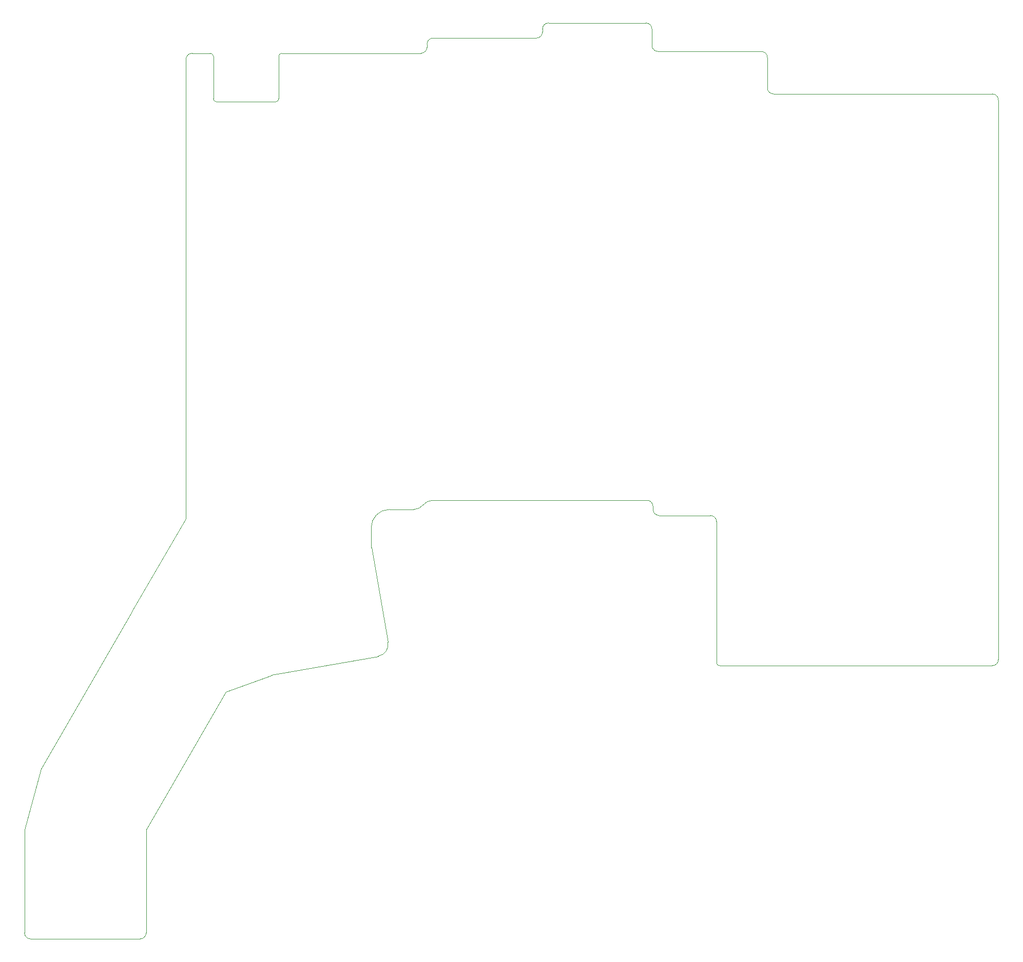
<source format=gbr>
%TF.GenerationSoftware,KiCad,Pcbnew,(6.0.4-0)*%
%TF.CreationDate,2022-08-10T14:40:32+09:00*%
%TF.ProjectId,KB62_R_rev1,4b423632-5f52-45f7-9265-76312e6b6963,rev?*%
%TF.SameCoordinates,Original*%
%TF.FileFunction,Profile,NP*%
%FSLAX46Y46*%
G04 Gerber Fmt 4.6, Leading zero omitted, Abs format (unit mm)*
G04 Created by KiCad (PCBNEW (6.0.4-0)) date 2022-08-10 14:40:32*
%MOMM*%
%LPD*%
G01*
G04 APERTURE LIST*
%TA.AperFunction,Profile*%
%ADD10C,0.050000*%
%TD*%
G04 APERTURE END LIST*
D10*
X119938840Y-141686773D02*
G75*
G03*
X121560720Y-139371800I-348040J1969473D01*
G01*
X92739050Y-42794710D02*
X92739050Y-49794710D01*
X165276430Y-117494710D02*
X165276430Y-116994710D01*
X119938840Y-141686770D02*
X102826480Y-144710940D01*
X94772510Y-147583562D02*
X81659892Y-170295285D01*
X80659892Y-188295292D02*
G75*
G03*
X81659892Y-187295285I8J999992D01*
G01*
X203185000Y-143244710D02*
X176246370Y-143244710D01*
X89239050Y-42294710D02*
X92239050Y-42294710D01*
X103039050Y-50294750D02*
G75*
G03*
X103539050Y-49794710I-50J500050D01*
G01*
X93239050Y-50294710D02*
X103039050Y-50294710D01*
X121785000Y-117494700D02*
G75*
G03*
X118785000Y-120494710I0J-3000000D01*
G01*
X165084990Y-38294710D02*
G75*
G03*
X164085000Y-37294710I-999990J10D01*
G01*
X64339384Y-160295285D02*
X61600000Y-170295285D01*
X127985000Y-41294710D02*
X127985000Y-40794710D01*
X184135000Y-42994710D02*
X184135000Y-47994710D01*
X81659892Y-170295285D02*
X81659892Y-187295285D01*
X146035000Y-39794700D02*
G75*
G03*
X147035000Y-38794710I0J1000000D01*
G01*
X165276390Y-116994710D02*
G75*
G03*
X164276430Y-115994710I-999990J10D01*
G01*
X175746390Y-119494710D02*
G75*
G03*
X174746370Y-118494710I-999990J10D01*
G01*
X92739090Y-49794710D02*
G75*
G03*
X93239050Y-50294710I500010J10D01*
G01*
X184134990Y-42994710D02*
G75*
G03*
X183135000Y-41994710I-999990J10D01*
G01*
X165084990Y-40994710D02*
G75*
G03*
X166085000Y-41994710I1000010J10D01*
G01*
X175746370Y-132544710D02*
X175746370Y-119494710D01*
X128985000Y-39794710D02*
X146035000Y-39794710D01*
X221235000Y-143244710D02*
X203185000Y-143244710D01*
X175746370Y-142744710D02*
X175746370Y-132544710D01*
X104039050Y-42294650D02*
G75*
G03*
X103539050Y-42794710I50J-500050D01*
G01*
X128985000Y-39794700D02*
G75*
G03*
X127985000Y-40794710I0J-1000000D01*
G01*
X126985000Y-42294700D02*
G75*
G03*
X127985000Y-41294710I0J1000000D01*
G01*
X164276430Y-115994710D02*
X128921490Y-115994710D01*
X148035000Y-37294710D02*
X164085000Y-37294710D01*
X125799000Y-117494710D02*
X121785000Y-117494710D01*
X175746390Y-142744710D02*
G75*
G03*
X176246370Y-143244710I500010J10D01*
G01*
X118784995Y-123283640D02*
G75*
G03*
X118830100Y-123801860I3000005J40D01*
G01*
X61600000Y-187295285D02*
X61600000Y-170295285D01*
X118830100Y-123801860D02*
X121560720Y-139371800D01*
X128921490Y-115994698D02*
G75*
G03*
X127360240Y-116744710I10J-2000002D01*
G01*
X79339384Y-134314523D02*
X64339384Y-160295285D01*
X89239050Y-42294750D02*
G75*
G03*
X88239050Y-43294710I-50J-999950D01*
G01*
X222234990Y-49994710D02*
G75*
G03*
X221235000Y-48994710I-999990J10D01*
G01*
X165085000Y-38294710D02*
X165085000Y-40994710D01*
X80659892Y-188295285D02*
X62600000Y-188295285D01*
X118785000Y-120494710D02*
X118785000Y-123283640D01*
X94772510Y-147583562D02*
X102335000Y-144846090D01*
X88239050Y-119000000D02*
X79339384Y-134305000D01*
X125799000Y-117494699D02*
G75*
G03*
X127360240Y-116744710I0J1999999D01*
G01*
X102826479Y-144710937D02*
G75*
G03*
X102322490Y-144846090I522121J-2954263D01*
G01*
X185135000Y-48994710D02*
X203185000Y-48994710D01*
X221235000Y-143244700D02*
G75*
G03*
X222235000Y-142244710I0J1000000D01*
G01*
X88239050Y-66344710D02*
X88239050Y-43294710D01*
X61600015Y-187295285D02*
G75*
G03*
X62600000Y-188295285I999985J-15D01*
G01*
X148035000Y-37294700D02*
G75*
G03*
X147035000Y-38294710I0J-1000000D01*
G01*
X92738990Y-42794710D02*
G75*
G03*
X92239050Y-42294710I-499990J10D01*
G01*
X103539050Y-49794710D02*
X103539050Y-42794710D01*
X222235000Y-49994710D02*
X222235000Y-142244710D01*
X104039050Y-42294710D02*
X126985000Y-42294710D01*
X203185000Y-48994710D02*
X221235000Y-48994710D01*
X147035000Y-38794710D02*
X147035000Y-38294710D01*
X184134990Y-47994710D02*
G75*
G03*
X185135000Y-48994710I1000010J10D01*
G01*
X165276390Y-117494710D02*
G75*
G03*
X166276430Y-118494710I1000010J10D01*
G01*
X166085000Y-41994710D02*
X183135000Y-41994710D01*
X174746370Y-118494710D02*
X166276430Y-118494710D01*
X88239050Y-102400000D02*
X88239050Y-66344710D01*
X88239050Y-102400000D02*
X88239050Y-119000000D01*
M02*

</source>
